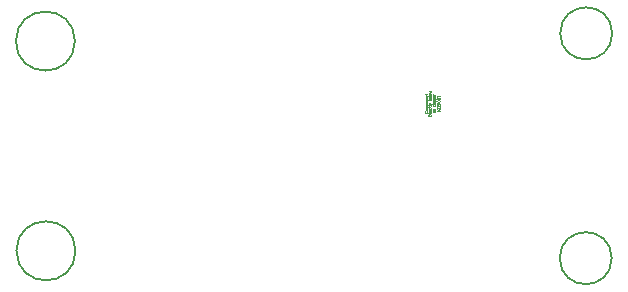
<source format=gbr>
G04 #@! TF.GenerationSoftware,KiCad,Pcbnew,(5.1.4)-1*
G04 #@! TF.CreationDate,2019-11-20T19:39:55+01:00*
G04 #@! TF.ProjectId,Open_Telemetry_digitalSensorShield,4f70656e-5f54-4656-9c65-6d657472795f,P1A_02 - Prototype manuf.*
G04 #@! TF.SameCoordinates,Original*
G04 #@! TF.FileFunction,Other,Comment*
%FSLAX46Y46*%
G04 Gerber Fmt 4.6, Leading zero omitted, Abs format (unit mm)*
G04 Created by KiCad (PCBNEW (5.1.4)-1) date 2019-11-20 19:39:55*
%MOMM*%
%LPD*%
G04 APERTURE LIST*
%ADD10C,0.150000*%
%ADD11C,0.040000*%
G04 APERTURE END LIST*
D10*
X264434680Y-152905460D02*
G75*
G03X264434680Y-152905460I-2200000J0D01*
G01*
X264472780Y-133870700D02*
G75*
G03X264472780Y-133870700I-2200000J0D01*
G01*
X219035000Y-152280620D02*
G75*
G03X219035000Y-152280620I-2500000J0D01*
G01*
X218984200Y-134528560D02*
G75*
G03X218984200Y-134528560I-2500000J0D01*
G01*
D11*
X248797428Y-140468666D02*
X248806952Y-140478190D01*
X248816476Y-140506761D01*
X248816476Y-140525809D01*
X248806952Y-140554380D01*
X248787904Y-140573428D01*
X248768857Y-140582952D01*
X248730761Y-140592476D01*
X248702190Y-140592476D01*
X248664095Y-140582952D01*
X248645047Y-140573428D01*
X248626000Y-140554380D01*
X248616476Y-140525809D01*
X248616476Y-140506761D01*
X248626000Y-140478190D01*
X248635523Y-140468666D01*
X248816476Y-140354380D02*
X248806952Y-140373428D01*
X248797428Y-140382952D01*
X248778380Y-140392476D01*
X248721238Y-140392476D01*
X248702190Y-140382952D01*
X248692666Y-140373428D01*
X248683142Y-140354380D01*
X248683142Y-140325809D01*
X248692666Y-140306761D01*
X248702190Y-140297238D01*
X248721238Y-140287714D01*
X248778380Y-140287714D01*
X248797428Y-140297238D01*
X248806952Y-140306761D01*
X248816476Y-140325809D01*
X248816476Y-140354380D01*
X248816476Y-140202000D02*
X248683142Y-140202000D01*
X248702190Y-140202000D02*
X248692666Y-140192476D01*
X248683142Y-140173428D01*
X248683142Y-140144857D01*
X248692666Y-140125809D01*
X248711714Y-140116285D01*
X248816476Y-140116285D01*
X248711714Y-140116285D02*
X248692666Y-140106761D01*
X248683142Y-140087714D01*
X248683142Y-140059142D01*
X248692666Y-140040095D01*
X248711714Y-140030571D01*
X248816476Y-140030571D01*
X248683142Y-139935333D02*
X248883142Y-139935333D01*
X248692666Y-139935333D02*
X248683142Y-139916285D01*
X248683142Y-139878190D01*
X248692666Y-139859142D01*
X248702190Y-139849619D01*
X248721238Y-139840095D01*
X248778380Y-139840095D01*
X248797428Y-139849619D01*
X248806952Y-139859142D01*
X248816476Y-139878190D01*
X248816476Y-139916285D01*
X248806952Y-139935333D01*
X248816476Y-139725809D02*
X248806952Y-139744857D01*
X248797428Y-139754380D01*
X248778380Y-139763904D01*
X248721238Y-139763904D01*
X248702190Y-139754380D01*
X248692666Y-139744857D01*
X248683142Y-139725809D01*
X248683142Y-139697238D01*
X248692666Y-139678190D01*
X248702190Y-139668666D01*
X248721238Y-139659142D01*
X248778380Y-139659142D01*
X248797428Y-139668666D01*
X248806952Y-139678190D01*
X248816476Y-139697238D01*
X248816476Y-139725809D01*
X248683142Y-139573428D02*
X248816476Y-139573428D01*
X248702190Y-139573428D02*
X248692666Y-139563904D01*
X248683142Y-139544857D01*
X248683142Y-139516285D01*
X248692666Y-139497238D01*
X248711714Y-139487714D01*
X248816476Y-139487714D01*
X248806952Y-139316285D02*
X248816476Y-139335333D01*
X248816476Y-139373428D01*
X248806952Y-139392476D01*
X248787904Y-139402000D01*
X248711714Y-139402000D01*
X248692666Y-139392476D01*
X248683142Y-139373428D01*
X248683142Y-139335333D01*
X248692666Y-139316285D01*
X248711714Y-139306761D01*
X248730761Y-139306761D01*
X248749809Y-139402000D01*
X248683142Y-139221047D02*
X248816476Y-139221047D01*
X248702190Y-139221047D02*
X248692666Y-139211523D01*
X248683142Y-139192476D01*
X248683142Y-139163904D01*
X248692666Y-139144857D01*
X248711714Y-139135333D01*
X248816476Y-139135333D01*
X248683142Y-139068666D02*
X248683142Y-138992476D01*
X248616476Y-139040095D02*
X248787904Y-139040095D01*
X248806952Y-139030571D01*
X248816476Y-139011523D01*
X248816476Y-138992476D01*
X249116476Y-140830571D02*
X248916476Y-140830571D01*
X248916476Y-140782952D01*
X248926000Y-140754380D01*
X248945047Y-140735333D01*
X248964095Y-140725809D01*
X249002190Y-140716285D01*
X249030761Y-140716285D01*
X249068857Y-140725809D01*
X249087904Y-140735333D01*
X249106952Y-140754380D01*
X249116476Y-140782952D01*
X249116476Y-140830571D01*
X249116476Y-140630571D02*
X248983142Y-140630571D01*
X248916476Y-140630571D02*
X248926000Y-140640095D01*
X248935523Y-140630571D01*
X248926000Y-140621047D01*
X248916476Y-140630571D01*
X248935523Y-140630571D01*
X249116476Y-140535333D02*
X248983142Y-140535333D01*
X249021238Y-140535333D02*
X249002190Y-140525809D01*
X248992666Y-140516285D01*
X248983142Y-140497238D01*
X248983142Y-140478190D01*
X249106952Y-140335333D02*
X249116476Y-140354380D01*
X249116476Y-140392476D01*
X249106952Y-140411523D01*
X249087904Y-140421047D01*
X249011714Y-140421047D01*
X248992666Y-140411523D01*
X248983142Y-140392476D01*
X248983142Y-140354380D01*
X248992666Y-140335333D01*
X249011714Y-140325809D01*
X249030761Y-140325809D01*
X249049809Y-140421047D01*
X249106952Y-140154380D02*
X249116476Y-140173428D01*
X249116476Y-140211523D01*
X249106952Y-140230571D01*
X249097428Y-140240095D01*
X249078380Y-140249619D01*
X249021238Y-140249619D01*
X249002190Y-140240095D01*
X248992666Y-140230571D01*
X248983142Y-140211523D01*
X248983142Y-140173428D01*
X248992666Y-140154380D01*
X248983142Y-140097238D02*
X248983142Y-140021047D01*
X248916476Y-140068666D02*
X249087904Y-140068666D01*
X249106952Y-140059142D01*
X249116476Y-140040095D01*
X249116476Y-140021047D01*
X249116476Y-139925809D02*
X249106952Y-139944857D01*
X249087904Y-139954380D01*
X248916476Y-139954380D01*
X248983142Y-139868666D02*
X249116476Y-139821047D01*
X248983142Y-139773428D02*
X249116476Y-139821047D01*
X249164095Y-139840095D01*
X249173619Y-139849619D01*
X249183142Y-139868666D01*
X249011714Y-139478190D02*
X249021238Y-139449619D01*
X249030761Y-139440095D01*
X249049809Y-139430571D01*
X249078380Y-139430571D01*
X249097428Y-139440095D01*
X249106952Y-139449619D01*
X249116476Y-139468666D01*
X249116476Y-139544857D01*
X248916476Y-139544857D01*
X248916476Y-139478190D01*
X248926000Y-139459142D01*
X248935523Y-139449619D01*
X248954571Y-139440095D01*
X248973619Y-139440095D01*
X248992666Y-139449619D01*
X249002190Y-139459142D01*
X249011714Y-139478190D01*
X249011714Y-139544857D01*
X249106952Y-139268666D02*
X249116476Y-139287714D01*
X249116476Y-139325809D01*
X249106952Y-139344857D01*
X249087904Y-139354380D01*
X249011714Y-139354380D01*
X248992666Y-139344857D01*
X248983142Y-139325809D01*
X248983142Y-139287714D01*
X248992666Y-139268666D01*
X249011714Y-139259142D01*
X249030761Y-139259142D01*
X249049809Y-139354380D01*
X249116476Y-139144857D02*
X249106952Y-139163904D01*
X249087904Y-139173428D01*
X248916476Y-139173428D01*
X249116476Y-139040095D02*
X249106952Y-139059142D01*
X249097428Y-139068666D01*
X249078380Y-139078190D01*
X249021238Y-139078190D01*
X249002190Y-139068666D01*
X248992666Y-139059142D01*
X248983142Y-139040095D01*
X248983142Y-139011523D01*
X248992666Y-138992476D01*
X249002190Y-138982952D01*
X249021238Y-138973428D01*
X249078380Y-138973428D01*
X249097428Y-138982952D01*
X249106952Y-138992476D01*
X249116476Y-139011523D01*
X249116476Y-139040095D01*
X248983142Y-138906761D02*
X249116476Y-138868666D01*
X249021238Y-138830571D01*
X249116476Y-138792476D01*
X248983142Y-138754380D01*
X249466476Y-140544857D02*
X249266476Y-140544857D01*
X249466476Y-140430571D01*
X249266476Y-140430571D01*
X249466476Y-140306761D02*
X249456952Y-140325809D01*
X249447428Y-140335333D01*
X249428380Y-140344857D01*
X249371238Y-140344857D01*
X249352190Y-140335333D01*
X249342666Y-140325809D01*
X249333142Y-140306761D01*
X249333142Y-140278190D01*
X249342666Y-140259142D01*
X249352190Y-140249619D01*
X249371238Y-140240095D01*
X249428380Y-140240095D01*
X249447428Y-140249619D01*
X249456952Y-140259142D01*
X249466476Y-140278190D01*
X249466476Y-140306761D01*
X249447428Y-139887714D02*
X249456952Y-139897238D01*
X249466476Y-139925809D01*
X249466476Y-139944857D01*
X249456952Y-139973428D01*
X249437904Y-139992476D01*
X249418857Y-140002000D01*
X249380761Y-140011523D01*
X249352190Y-140011523D01*
X249314095Y-140002000D01*
X249295047Y-139992476D01*
X249276000Y-139973428D01*
X249266476Y-139944857D01*
X249266476Y-139925809D01*
X249276000Y-139897238D01*
X249285523Y-139887714D01*
X249466476Y-139773428D02*
X249456952Y-139792476D01*
X249447428Y-139802000D01*
X249428380Y-139811523D01*
X249371238Y-139811523D01*
X249352190Y-139802000D01*
X249342666Y-139792476D01*
X249333142Y-139773428D01*
X249333142Y-139744857D01*
X249342666Y-139725809D01*
X249352190Y-139716285D01*
X249371238Y-139706761D01*
X249428380Y-139706761D01*
X249447428Y-139716285D01*
X249456952Y-139725809D01*
X249466476Y-139744857D01*
X249466476Y-139773428D01*
X249333142Y-139621047D02*
X249533142Y-139621047D01*
X249342666Y-139621047D02*
X249333142Y-139602000D01*
X249333142Y-139563904D01*
X249342666Y-139544857D01*
X249352190Y-139535333D01*
X249371238Y-139525809D01*
X249428380Y-139525809D01*
X249447428Y-139535333D01*
X249456952Y-139544857D01*
X249466476Y-139563904D01*
X249466476Y-139602000D01*
X249456952Y-139621047D01*
X249333142Y-139440095D02*
X249533142Y-139440095D01*
X249342666Y-139440095D02*
X249333142Y-139421047D01*
X249333142Y-139382952D01*
X249342666Y-139363904D01*
X249352190Y-139354380D01*
X249371238Y-139344857D01*
X249428380Y-139344857D01*
X249447428Y-139354380D01*
X249456952Y-139363904D01*
X249466476Y-139382952D01*
X249466476Y-139421047D01*
X249456952Y-139440095D01*
X249456952Y-139182952D02*
X249466476Y-139202000D01*
X249466476Y-139240095D01*
X249456952Y-139259142D01*
X249437904Y-139268666D01*
X249361714Y-139268666D01*
X249342666Y-139259142D01*
X249333142Y-139240095D01*
X249333142Y-139202000D01*
X249342666Y-139182952D01*
X249361714Y-139173428D01*
X249380761Y-139173428D01*
X249399809Y-139268666D01*
X249466476Y-139087714D02*
X249333142Y-139087714D01*
X249371238Y-139087714D02*
X249352190Y-139078190D01*
X249342666Y-139068666D01*
X249333142Y-139049619D01*
X249333142Y-139030571D01*
X249866476Y-140421047D02*
X249666476Y-140421047D01*
X249866476Y-140306761D02*
X249752190Y-140392476D01*
X249666476Y-140306761D02*
X249780761Y-140421047D01*
X249761714Y-140221047D02*
X249761714Y-140154380D01*
X249866476Y-140125809D02*
X249866476Y-140221047D01*
X249666476Y-140221047D01*
X249666476Y-140125809D01*
X249761714Y-140040095D02*
X249761714Y-139973428D01*
X249866476Y-139944857D02*
X249866476Y-140040095D01*
X249666476Y-140040095D01*
X249666476Y-139944857D01*
X249866476Y-139859142D02*
X249666476Y-139859142D01*
X249666476Y-139782952D01*
X249676000Y-139763904D01*
X249685523Y-139754380D01*
X249704571Y-139744857D01*
X249733142Y-139744857D01*
X249752190Y-139754380D01*
X249761714Y-139763904D01*
X249771238Y-139782952D01*
X249771238Y-139859142D01*
X249666476Y-139621047D02*
X249666476Y-139582952D01*
X249676000Y-139563904D01*
X249695047Y-139544857D01*
X249733142Y-139535333D01*
X249799809Y-139535333D01*
X249837904Y-139544857D01*
X249856952Y-139563904D01*
X249866476Y-139582952D01*
X249866476Y-139621047D01*
X249856952Y-139640095D01*
X249837904Y-139659142D01*
X249799809Y-139668666D01*
X249733142Y-139668666D01*
X249695047Y-139659142D01*
X249676000Y-139640095D01*
X249666476Y-139621047D01*
X249666476Y-139449619D02*
X249828380Y-139449619D01*
X249847428Y-139440095D01*
X249856952Y-139430571D01*
X249866476Y-139411523D01*
X249866476Y-139373428D01*
X249856952Y-139354380D01*
X249847428Y-139344857D01*
X249828380Y-139335333D01*
X249666476Y-139335333D01*
X249666476Y-139268666D02*
X249666476Y-139154380D01*
X249866476Y-139211523D02*
X249666476Y-139211523D01*
M02*

</source>
